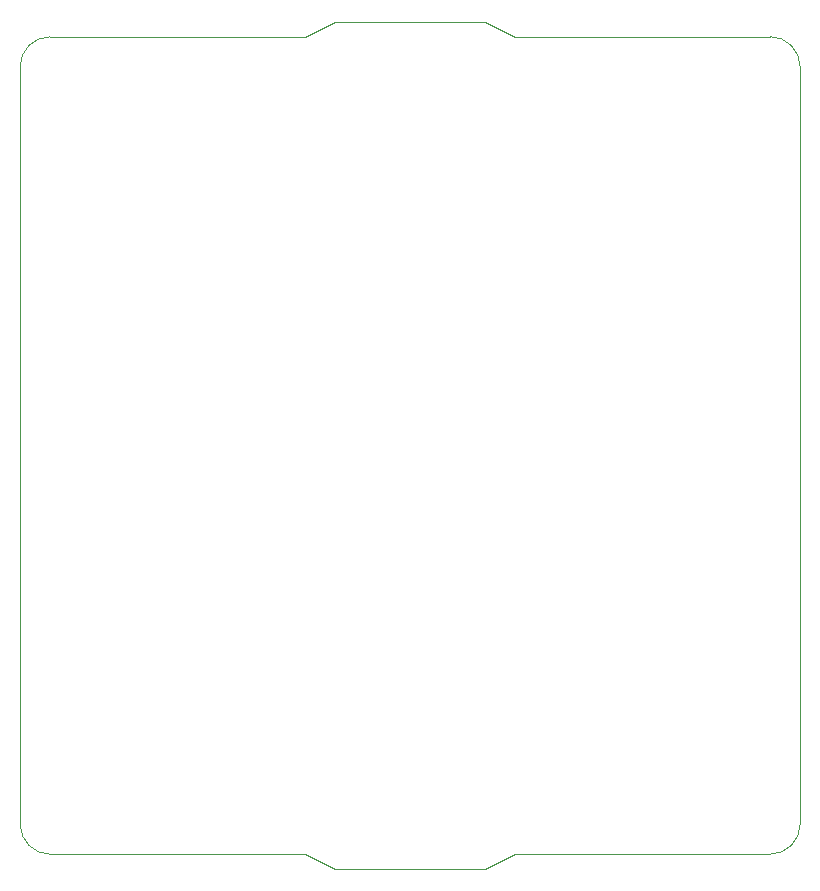
<source format=gbr>
G04 #@! TF.GenerationSoftware,KiCad,Pcbnew,7.0.9*
G04 #@! TF.CreationDate,2023-12-29T14:02:29-03:00*
G04 #@! TF.ProjectId,module,6d6f6475-6c65-42e6-9b69-6361645f7063,v2.2*
G04 #@! TF.SameCoordinates,Original*
G04 #@! TF.FileFunction,Profile,NP*
%FSLAX46Y46*%
G04 Gerber Fmt 4.6, Leading zero omitted, Abs format (unit mm)*
G04 Created by KiCad (PCBNEW 7.0.9) date 2023-12-29 14:02:29*
%MOMM*%
%LPD*%
G01*
G04 APERTURE LIST*
G04 #@! TA.AperFunction,Profile*
%ADD10C,0.100000*%
G04 #@! TD*
G04 APERTURE END LIST*
D10*
X143650000Y-116675000D02*
X156350000Y-116675000D01*
X183020000Y-48730000D02*
X183020000Y-112865000D01*
X141110000Y-46190000D02*
X119520000Y-46190000D01*
X143650000Y-44920000D02*
X156350000Y-44920000D01*
X180480000Y-115405000D02*
G75*
G03*
X183020000Y-112865000I0J2540000D01*
G01*
X143650000Y-44920000D02*
X141110000Y-46190000D01*
X116980000Y-112865000D02*
G75*
G03*
X119520000Y-115405000I2540000J0D01*
G01*
X183020000Y-48730000D02*
G75*
G03*
X180480000Y-46190000I-2540000J0D01*
G01*
X119520000Y-115405000D02*
X141110000Y-115405000D01*
X158890000Y-115405000D02*
X180480000Y-115405000D01*
X143650000Y-116675000D02*
X141110000Y-115405000D01*
X156350000Y-116675000D02*
X158890000Y-115405000D01*
X119520000Y-46190000D02*
G75*
G03*
X116980000Y-48730000I0J-2540000D01*
G01*
X116980000Y-112865000D02*
X116980000Y-48730000D01*
X158890000Y-46190000D02*
X180480000Y-46190000D01*
X156350000Y-44920000D02*
X158890000Y-46190000D01*
M02*

</source>
